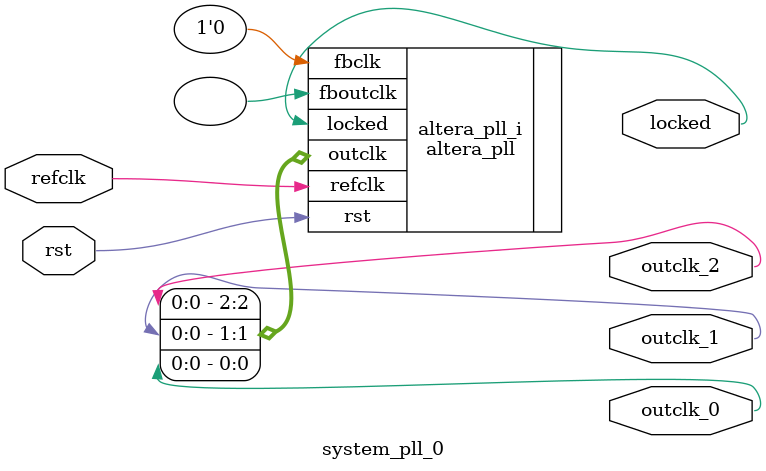
<source format=v>
`timescale 1ns/10ps
module  system_pll_0(

	// interface 'refclk'
	input wire refclk,

	// interface 'reset'
	input wire rst,

	// interface 'outclk0'
	output wire outclk_0,

	// interface 'outclk1'
	output wire outclk_1,

	// interface 'outclk2'
	output wire outclk_2,

	// interface 'locked'
	output wire locked
);

	altera_pll #(
		.fractional_vco_multiplier("false"),
		.reference_clock_frequency("50.0 MHz"),
		.operation_mode("direct"),
		.number_of_clocks(3),
		.output_clock_frequency0("90.500000 MHz"),
		.phase_shift0("0 ps"),
		.duty_cycle0(50),
		.output_clock_frequency1("25.857142 MHz"),
		.phase_shift1("0 ps"),
		.duty_cycle1(50),
		.output_clock_frequency2("1.843177 MHz"),
		.phase_shift2("0 ps"),
		.duty_cycle2(50),
		.output_clock_frequency3("0 MHz"),
		.phase_shift3("0 ps"),
		.duty_cycle3(50),
		.output_clock_frequency4("0 MHz"),
		.phase_shift4("0 ps"),
		.duty_cycle4(50),
		.output_clock_frequency5("0 MHz"),
		.phase_shift5("0 ps"),
		.duty_cycle5(50),
		.output_clock_frequency6("0 MHz"),
		.phase_shift6("0 ps"),
		.duty_cycle6(50),
		.output_clock_frequency7("0 MHz"),
		.phase_shift7("0 ps"),
		.duty_cycle7(50),
		.output_clock_frequency8("0 MHz"),
		.phase_shift8("0 ps"),
		.duty_cycle8(50),
		.output_clock_frequency9("0 MHz"),
		.phase_shift9("0 ps"),
		.duty_cycle9(50),
		.output_clock_frequency10("0 MHz"),
		.phase_shift10("0 ps"),
		.duty_cycle10(50),
		.output_clock_frequency11("0 MHz"),
		.phase_shift11("0 ps"),
		.duty_cycle11(50),
		.output_clock_frequency12("0 MHz"),
		.phase_shift12("0 ps"),
		.duty_cycle12(50),
		.output_clock_frequency13("0 MHz"),
		.phase_shift13("0 ps"),
		.duty_cycle13(50),
		.output_clock_frequency14("0 MHz"),
		.phase_shift14("0 ps"),
		.duty_cycle14(50),
		.output_clock_frequency15("0 MHz"),
		.phase_shift15("0 ps"),
		.duty_cycle15(50),
		.output_clock_frequency16("0 MHz"),
		.phase_shift16("0 ps"),
		.duty_cycle16(50),
		.output_clock_frequency17("0 MHz"),
		.phase_shift17("0 ps"),
		.duty_cycle17(50),
		.pll_type("General"),
		.pll_subtype("General")
	) altera_pll_i (
		.rst	(rst),
		.outclk	({outclk_2, outclk_1, outclk_0}),
		.locked	(locked),
		.fboutclk	( ),
		.fbclk	(1'b0),
		.refclk	(refclk)
	);
endmodule


</source>
